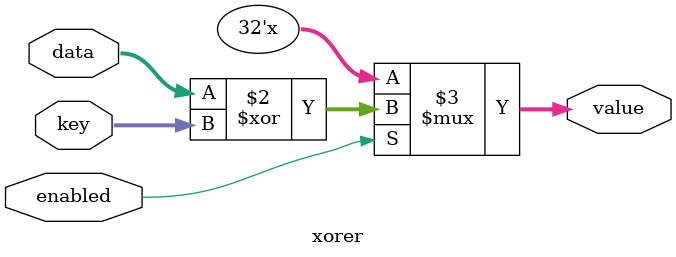
<source format=v>

module xorer (
  input wire enabled, // enabled, active high
  input wire[31:0] data,
  input wire[31:0] key,
  output reg [31:0] value // output
);

  // Executed whenever the signals in the sensitivity list (in this case, en, rst or d) change.
  always @(enabled)
  if (enabled) // if reset is low, then reset q
    value <= data ^ key;
endmodule
</source>
